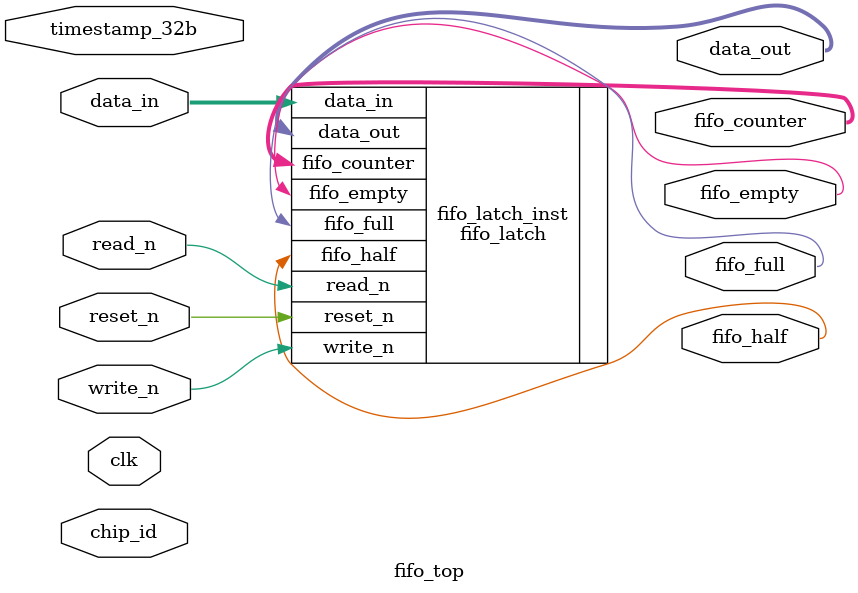
<source format=sv>

module fifo_top
    #(parameter FIFO_WIDTH = 63, // width of each FIFO word
    parameter integer unsigned FIFO_DEPTH = 2048,   // FIFO memory size (RAM) -- hardwired
    parameter FIFO_BITS = 11  // number of bits to describe RAM-based fifo addr range
    )
    (output logic [FIFO_WIDTH-1:0] data_out, // FIFO output data 
    output logic [FIFO_BITS:0] fifo_counter, // how many fifo locations used
    output logic fifo_full,         // high when fifo is in overflow 
    output logic fifo_half,         // high when fifo is half full
    output logic fifo_empty,        // high when fifo is in underflow 
    input logic [FIFO_WIDTH-1:0] data_in, // fifo input data
    input logic read_n,                // read data from fifo (active low)
    input logic write_n,               // write data to fifo (active low)
    input logic [7:0] chip_id,          // needed to tag test data
    input logic [31:0] timestamp_32b,   // needed to tag test data
    input logic clk,                    // master clock
    input logic reset_n);             // digital reset (active low)
//`define SRAM
//`define FF_RAM

// FIFO instantion logic
// if SRAM is defined, use macro for FIFO
// else if SRAM is undefined and FF_RAM is undefined, use latches for FIFO
// else if SRAM is undefined and FF_RAM is defined, use flip-flops for FIFO

`ifdef SRAM
fifo_ram 
    #(.FIFO_WIDTH(FIFO_WIDTH),
    .FIFO_DEPTH(FIFO_DEPTH),
    .FIFO_BITS(FIFO_BITS)
     ) fifo_ram_inst (
    .data_out       (data_out),
    .fifo_counter   (fifo_counter),
    .fifo_full      (fifo_full),
    .fifo_half      (fifo_half),
    .fifo_empty     (fifo_empty),
    .data_in        (data_in),
    .read_n         (read_n),
    .write_n        (write_n),
    .clk            (clk),
    .reset_n        (reset_n)
    );
`else
`ifdef FF_RAM
fifo_ff 
    #(.FIFO_WIDTH(FIFO_WIDTH),
    .FIFO_DEPTH(FIFO_DEPTH),
    .FIFO_BITS(FIFO_BITS)
     ) fifo_ff_inst (
    .data_out       (data_out),
    .fifo_counter   (fifo_counter),
    .fifo_full      (fifo_full),
    .fifo_half      (fifo_half),
    .fifo_empty     (fifo_empty),
    .data_in        (data_in),
    .read_n         (read_n),
    .write_n        (write_n),
    .clk            (clk),
    .reset_n        (reset_n)
    );
`else
fifo_latch 
    #(.FIFO_WIDTH(FIFO_WIDTH),
    .FIFO_DEPTH(FIFO_DEPTH),
    .FIFO_BITS(FIFO_BITS)
     ) fifo_latch_inst (
    .data_out       (data_out),
    .fifo_counter   (fifo_counter),
    .fifo_full      (fifo_full),
    .fifo_half      (fifo_half),
    .fifo_empty     (fifo_empty),
    .data_in        (data_in),
    .read_n         (read_n),
    .write_n        (write_n),
    .reset_n        (reset_n)
    );
`endif // ifdef FF_RAM
`endif // ifdef SRAM

endmodule // fifo_top


</source>
